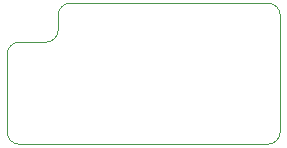
<source format=gm1>
G04 #@! TF.GenerationSoftware,KiCad,Pcbnew,9.0.1*
G04 #@! TF.CreationDate,2025-04-24T20:35:36+12:00*
G04 #@! TF.ProjectId,XIAO-nRF52840-spacer,5849414f-2d6e-4524-9635-323834302d73,rev?*
G04 #@! TF.SameCoordinates,Original*
G04 #@! TF.FileFunction,Profile,NP*
%FSLAX46Y46*%
G04 Gerber Fmt 4.6, Leading zero omitted, Abs format (unit mm)*
G04 Created by KiCad (PCBNEW 9.0.1) date 2025-04-24 20:35:36*
%MOMM*%
%LPD*%
G01*
G04 APERTURE LIST*
G04 #@! TA.AperFunction,Profile*
%ADD10C,0.050000*%
G04 #@! TD*
G04 APERTURE END LIST*
D10*
X167386000Y-76200000D02*
G75*
G02*
X166370000Y-75184000I0J1016000D01*
G01*
X166370000Y-68580000D02*
G75*
G02*
X167386000Y-67564000I1016000J0D01*
G01*
X170688000Y-65278000D02*
X170688000Y-66548000D01*
X170688000Y-65278000D02*
G75*
G02*
X171704000Y-64262000I1016000J0D01*
G01*
X170688000Y-66548000D02*
G75*
G02*
X169672000Y-67564000I-1016000J0D01*
G01*
X166370000Y-68580000D02*
X166370000Y-75184000D01*
X169672000Y-67564000D02*
X167386000Y-67564000D01*
X189484000Y-75184000D02*
G75*
G02*
X188468000Y-76200000I-1016000J0D01*
G01*
X188468000Y-64262000D02*
G75*
G02*
X189484000Y-65278000I0J-1016000D01*
G01*
X171704000Y-64262000D02*
X188468000Y-64262000D01*
X188468000Y-76200000D02*
X167386000Y-76200000D01*
X189484000Y-65278000D02*
X189484000Y-75184000D01*
M02*

</source>
